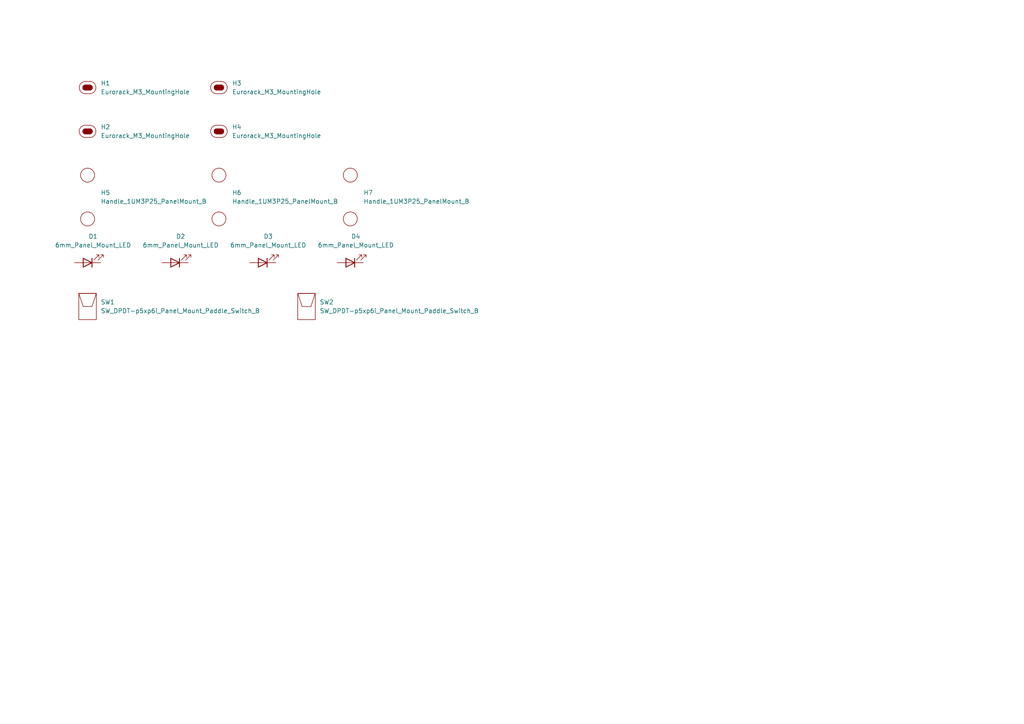
<source format=kicad_sch>
(kicad_sch (version 20250114) (generator "eeschema") (generator_version "9.0")
  (paper "A4")
  (lib_symbols
    (symbol "EXC:6mm_Panel_Mount_LED" (pin_numbers (hide yes)) (pin_names (offset 1.016) (hide yes))
      (property "Reference" "D" (at 0 2.54 0))
      (property "Value" "6mm_Panel_Mount_LED" (at 0 -3.556 0))
      (symbol "6mm_Panel_Mount_LED_0_1"
        (polyline (pts (xy -1.27 1.27) (xy -1.27 -1.27) (xy 1.27 0) (xy -1.27 1.27)) (stroke (width 0.254)))
        (polyline (pts (xy 1.27 1.27) (xy 1.27 -1.27)) (stroke (width 0.254)))
        (polyline (pts (xy 1.27 0) (xy -1.27 0)))
        (polyline (pts (xy 1.778 0.762) (xy 3.302 2.286) (xy 2.54 2.286) (xy 3.302 2.286) (xy 3.302 1.524)))
        (polyline (pts (xy 3.048 0.762) (xy 4.572 2.286) (xy 3.81 2.286) (xy 4.572 2.286) (xy 4.572 1.524)))
      )
      (symbol "6mm_Panel_Mount_LED_1_1"
        (pin passive line (at -3.81 0 0) (length 2.54) (name "A") (number "2"))
        (pin passive line (at 3.81 0 180) (length 2.54) (name "K") (number "1"))
      )
    )
    (symbol "EXC:Eurorack_M3_MountingHole" (pin_names (offset 1.016))
      (property "Reference" "H" (at 0 5.08 0))
      (property "Value" "Eurorack_M3_MountingHole" (at 0 3.175 0))
      (symbol "Eurorack_M3_MountingHole_0_1"
        (polyline (pts (xy -0.635 0.762) (xy 0.635 0.762)))
        (circle (center -0.635 0) (radius 0.762) (fill (type outline)))
        (arc (start -0.635 -0.762) (mid -1.397 0) (end -0.635 0.762))
        (arc (start -0.635 -1.778) (mid -2.413 0) (end -0.635 1.778))
        (polyline (pts (xy -0.635 -0.762) (xy 0.635 -0.762)))
        (polyline (pts (xy -0.635 -1.778) (xy 0.635 -1.778)))
        (circle (center 0 0) (radius 0.762) (fill (type outline)))
        (polyline (pts (xy 0.635 1.778) (xy -0.635 1.778)))
        (arc (start 0.6141 1.778) (mid 2.4131 0) (end 0.6141 -1.778))
        (arc (start 0.6227 0.762) (mid 1.3971 0) (end 0.6227 -0.762))
        (circle (center 0.635 0) (radius 0.762) (fill (type outline)))
      )
    )
    (symbol "EXC:Handle_1UM3P25_B"
      (property "Reference" "H" (at 0 -6.35 0))
      (property "Value" "Handle_1UM3P25_PanelMount_B" (at 0.254 -17.018 0))
      (symbol "Handle_1UM3P25_B_0_1"
        (circle (center 0 0) (radius 2.032))
        (circle (center 0 -12.7) (radius 2.032))
      )
    )
    (symbol "EXC:SW_DPDT-p5xp6i_Panel_Mount_Paddle_Switch_B" (pin_names (offset 0) (hide yes))
      (property "Reference" "SW" (at 0 4.826 0))
      (property "Value" "SW_DPDT-p5xp6i_Panel_Mount_Paddle_Switch_B" (at 0 -5.08 0))
      (symbol "SW_DPDT-p5xp6i_Panel_Mount_Paddle_Switch_B_0_1"
        (rectangle (start -2.54 3.81) (end 2.54 -3.81))
        (polyline (pts (xy -2.54 3.81) (xy -1.27 0) (xy 1.27 0) (xy 2.54 3.81) (xy -2.54 3.81)) (fill (type color)))
      )
    )
  )
  (symbol (lib_id "EXC:Eurorack_M3_MountingHole") (at 63.5 38.1 0) (unit 1)
    (property "Reference" "H4" (at 67.31 36.8299 0) (effects (justify left)))
    (property "Value" "Eurorack_M3_MountingHole" (at 67.31 39.3699 0) (effects (justify left)))
    (property "Footprint" "EXC:MountingHole_3.2mm_M3" (effects (hide yes)))
    (property "Description" "Mounting Hole without connection" (effects (hide yes)))
  )
  (symbol (lib_id "EXC:6mm_Panel_Mount_LED") (at 50.8 76.2 0) (unit 1)
    (property "Reference" "D2" (at 52.3875 68.58 0))
    (property "Value" "6mm_Panel_Mount_LED" (at 52.3875 71.12 0))
    (property "Footprint" "EXC:6mm_Panel_Mount_LED" (effects (hide yes)))
    (property "Description" "Light emitting diode" (effects (hide yes)))
  )
  (symbol (lib_id "EXC:6mm_Panel_Mount_LED") (at 25.4 76.2 0) (unit 1)
    (property "Reference" "D1" (at 26.9875 68.58 0))
    (property "Value" "6mm_Panel_Mount_LED" (at 26.9875 71.12 0))
    (property "Footprint" "EXC:6mm_Panel_Mount_LED" (effects (hide yes)))
    (property "Description" "Light emitting diode" (effects (hide yes)))
  )
  (symbol (lib_id "EXC:SW_DPDT-p5xp6i_Panel_Mount_Paddle_Switch_B") (at 25.4 88.9 0) (unit 1)
    (property "Reference" "SW1" (at 29.21 87.6299 0) (effects (justify left)))
    (property "Value" "SW_DPDT-p5xp6i_Panel_Mount_Paddle_Switch_B" (at 29.21 90.1699 0) (effects (justify left)))
    (property "Footprint" "EXC:SW_DPDT_p5xp6i_Panel_Mount_Paddle_Switch_B" (effects (hide yes)))
    (property "Datasheet" "https://ae01.alicdn.com/kf/H1970d0d9a30c4d039488acb0367c7727Z.jpg" (effects (hide yes)))
    (property "Description" "Dual Pole Dual-Throw (DPDT) 0.5\"x0.6\" panel-mount paddle switch" (effects (hide yes)))
    (property "Source" "https://www.aliexpress.com/item/4000545485594.html" (effects (hide yes)))
  )
  (symbol (lib_id "EXC:Handle_1UM3P25_B") (at 63.5 50.8 0) (unit 1)
    (property "Reference" "H6" (at 67.31 55.8799 0) (effects (justify left)))
    (property "Value" "Handle_1UM3P25_PanelMount_B" (at 67.31 58.4199 0) (effects (justify left)))
    (property "Footprint" "EXC:Handle_1UM3P25_B" (effects (hide yes)))
  )
  (symbol (lib_id "EXC:Eurorack_M3_MountingHole") (at 63.5 25.4 0) (unit 1)
    (property "Reference" "H3" (at 67.31 24.1299 0) (effects (justify left)))
    (property "Value" "Eurorack_M3_MountingHole" (at 67.31 26.6699 0) (effects (justify left)))
    (property "Footprint" "EXC:MountingHole_3.2mm_M3" (effects (hide yes)))
    (property "Description" "Mounting Hole without connection" (effects (hide yes)))
  )
  (symbol (lib_id "EXC:Handle_1UM3P25_B") (at 101.6 50.8 0) (unit 1)
    (property "Reference" "H7" (at 105.41 55.8799 0) (effects (justify left)))
    (property "Value" "Handle_1UM3P25_PanelMount_B" (at 105.41 58.4199 0) (effects (justify left)))
    (property "Footprint" "EXC:Handle_1UM3P25_B" (effects (hide yes)))
  )
  (symbol (lib_id "EXC:SW_DPDT-p5xp6i_Panel_Mount_Paddle_Switch_B") (at 88.9 88.9 0) (unit 1)
    (property "Reference" "SW2" (at 92.71 87.6299 0) (effects (justify left)))
    (property "Value" "SW_DPDT-p5xp6i_Panel_Mount_Paddle_Switch_B" (at 92.71 90.1699 0) (effects (justify left)))
    (property "Footprint" "EXC:SW_DPDT_p5xp6i_Panel_Mount_Paddle_Switch_B" (effects (hide yes)))
    (property "Datasheet" "https://ae01.alicdn.com/kf/H1970d0d9a30c4d039488acb0367c7727Z.jpg" (effects (hide yes)))
    (property "Description" "Dual Pole Dual-Throw (DPDT) 0.5\"x0.6\" panel-mount paddle switch" (effects (hide yes)))
    (property "Source" "https://www.aliexpress.com/item/4000545485594.html" (effects (hide yes)))
  )
  (symbol (lib_id "EXC:Eurorack_M3_MountingHole") (at 25.4 25.4 0) (unit 1)
    (property "Reference" "H1" (at 29.21 24.1299 0) (effects (justify left)))
    (property "Value" "Eurorack_M3_MountingHole" (at 29.21 26.6699 0) (effects (justify left)))
    (property "Footprint" "EXC:MountingHole_3.2mm_M3" (effects (hide yes)))
    (property "Description" "Mounting Hole without connection" (effects (hide yes)))
  )
  (symbol (lib_id "EXC:6mm_Panel_Mount_LED") (at 101.6 76.2 0) (unit 1)
    (property "Reference" "D4" (at 103.1875 68.58 0))
    (property "Value" "6mm_Panel_Mount_LED" (at 103.1875 71.12 0))
    (property "Footprint" "EXC:6mm_Panel_Mount_LED" (effects (hide yes)))
    (property "Description" "Light emitting diode" (effects (hide yes)))
  )
  (symbol (lib_id "EXC:6mm_Panel_Mount_LED") (at 76.2 76.2 0) (unit 1)
    (property "Reference" "D3" (at 77.7875 68.58 0))
    (property "Value" "6mm_Panel_Mount_LED" (at 77.7875 71.12 0))
    (property "Footprint" "EXC:6mm_Panel_Mount_LED" (effects (hide yes)))
    (property "Description" "Light emitting diode" (effects (hide yes)))
  )
  (symbol (lib_id "EXC:Handle_1UM3P25_B") (at 25.4 50.8 0) (unit 1)
    (property "Reference" "H5" (at 29.21 55.8799 0) (effects (justify left)))
    (property "Value" "Handle_1UM3P25_PanelMount_B" (at 29.21 58.4199 0) (effects (justify left)))
    (property "Footprint" "EXC:Handle_1UM3P25_B" (effects (hide yes)))
  )
  (symbol (lib_id "EXC:Eurorack_M3_MountingHole") (at 25.4 38.1 0) (unit 1)
    (property "Reference" "H2" (at 29.21 36.8299 0) (effects (justify left)))
    (property "Value" "Eurorack_M3_MountingHole" (at 29.21 39.3699 0) (effects (justify left)))
    (property "Footprint" "EXC:MountingHole_3.2mm_M3" (effects (hide yes)))
    (property "Description" "Mounting Hole without connection" (effects (hide yes)))
  )
)
</source>
